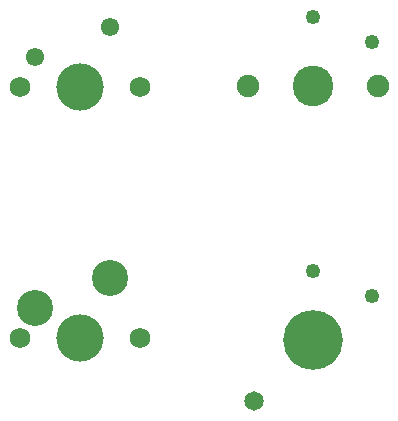
<source format=gts>
%TF.GenerationSoftware,KiCad,Pcbnew,7.0.0-da2b9df05c~171~ubuntu22.04.1*%
%TF.CreationDate,2023-03-08T14:52:38+00:00*%
%TF.ProjectId,keycap-ruler,6b657963-6170-42d7-9275-6c65722e6b69,rev?*%
%TF.SameCoordinates,Original*%
%TF.FileFunction,Soldermask,Top*%
%TF.FilePolarity,Negative*%
%FSLAX46Y46*%
G04 Gerber Fmt 4.6, Leading zero omitted, Abs format (unit mm)*
G04 Created by KiCad (PCBNEW 7.0.0-da2b9df05c~171~ubuntu22.04.1) date 2023-03-08 14:52:38*
%MOMM*%
%LPD*%
G01*
G04 APERTURE LIST*
%ADD10C,1.750000*%
%ADD11C,3.050000*%
%ADD12C,4.000000*%
%ADD13C,1.650000*%
%ADD14C,1.250000*%
%ADD15C,5.050000*%
%ADD16C,1.900000*%
%ADD17C,3.450000*%
%ADD18C,1.550000*%
G04 APERTURE END LIST*
D10*
X220178000Y-92880000D03*
D11*
X221448000Y-90340000D03*
D12*
X225258000Y-92880000D03*
D11*
X227798000Y-87800000D03*
D10*
X230338000Y-92880000D03*
D13*
X240000000Y-98250000D03*
D14*
X245000000Y-87200000D03*
D15*
X245000000Y-93100000D03*
D14*
X250000000Y-89300000D03*
D16*
X239500000Y-71600000D03*
D14*
X245000000Y-65700000D03*
D17*
X245000000Y-71600000D03*
D14*
X250000000Y-67800000D03*
D16*
X250500000Y-71600000D03*
D10*
X220180000Y-71680000D03*
D18*
X221450000Y-69140000D03*
D12*
X225260000Y-71680000D03*
D18*
X227800000Y-66600000D03*
D10*
X230340000Y-71680000D03*
M02*

</source>
